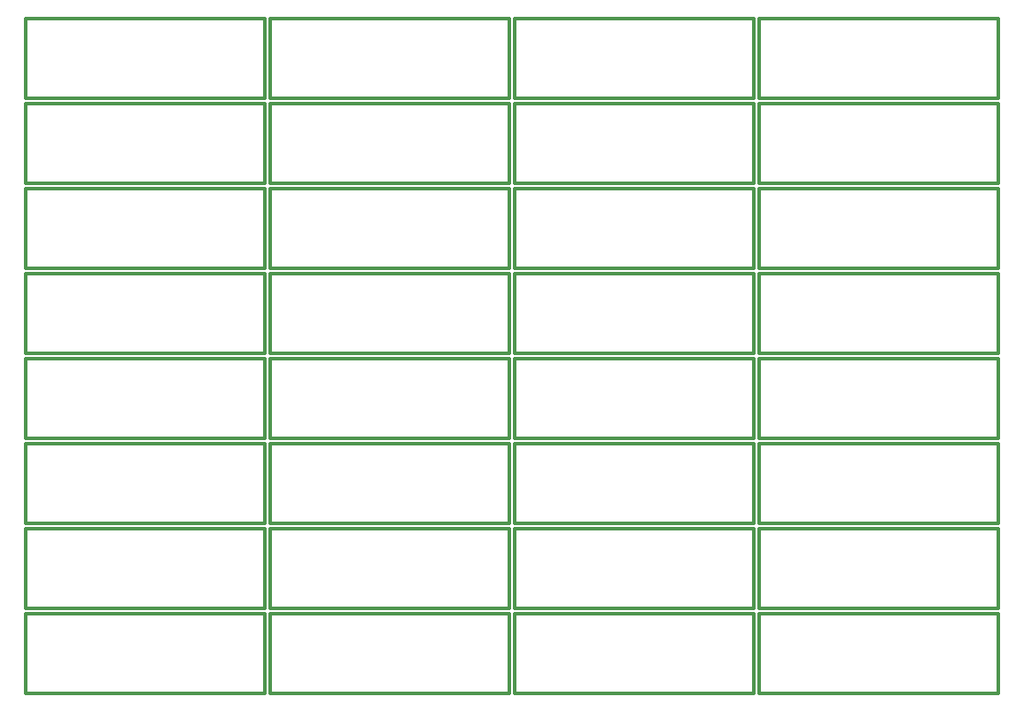
<source format=gko>
G75*
%MOIN*%
%OFA0B0*%
%FSLAX25Y25*%
%IPPOS*%
%LPD*%
%AMOC8*
5,1,8,0,0,1.08239X$1,22.5*
%
%ADD10C,0.01200*%
D10*
X0049500Y0078333D02*
X0139500Y0078333D01*
X0139500Y0108333D01*
X0049500Y0108333D01*
X0049500Y0078333D01*
X0049500Y0110333D02*
X0139500Y0110333D01*
X0139500Y0140333D01*
X0049500Y0140333D01*
X0049500Y0110333D01*
X0049500Y0142333D02*
X0139500Y0142333D01*
X0139500Y0172333D01*
X0049500Y0172333D01*
X0049500Y0142333D01*
X0049500Y0174333D02*
X0139500Y0174333D01*
X0139500Y0204333D01*
X0049500Y0204333D01*
X0049500Y0174333D01*
X0049500Y0206333D02*
X0139500Y0206333D01*
X0139500Y0236333D01*
X0049500Y0236333D01*
X0049500Y0206333D01*
X0049500Y0238333D02*
X0139500Y0238333D01*
X0139500Y0268333D01*
X0049500Y0268333D01*
X0049500Y0238333D01*
X0049500Y0270333D02*
X0139500Y0270333D01*
X0139500Y0300333D01*
X0049500Y0300333D01*
X0049500Y0270333D01*
X0049500Y0302333D02*
X0139500Y0302333D01*
X0139500Y0332333D01*
X0049500Y0332333D01*
X0049500Y0302333D01*
X0141500Y0302333D02*
X0231500Y0302333D01*
X0231500Y0332333D01*
X0141500Y0332333D01*
X0141500Y0302333D01*
X0141500Y0300333D02*
X0231500Y0300333D01*
X0231500Y0270333D01*
X0141500Y0270333D01*
X0141500Y0300333D01*
X0141500Y0268333D02*
X0231500Y0268333D01*
X0231500Y0238333D01*
X0141500Y0238333D01*
X0141500Y0268333D01*
X0141500Y0236333D02*
X0231500Y0236333D01*
X0231500Y0206333D01*
X0141500Y0206333D01*
X0141500Y0236333D01*
X0141500Y0204333D02*
X0231500Y0204333D01*
X0231500Y0174333D01*
X0141500Y0174333D01*
X0141500Y0204333D01*
X0141500Y0172333D02*
X0231500Y0172333D01*
X0231500Y0142333D01*
X0141500Y0142333D01*
X0141500Y0172333D01*
X0141500Y0140333D02*
X0231500Y0140333D01*
X0231500Y0110333D01*
X0141500Y0110333D01*
X0141500Y0140333D01*
X0141500Y0108333D02*
X0231500Y0108333D01*
X0231500Y0078333D01*
X0141500Y0078333D01*
X0141500Y0108333D01*
X0233500Y0108333D02*
X0233500Y0078333D01*
X0323500Y0078333D01*
X0323500Y0108333D01*
X0233500Y0108333D01*
X0233500Y0110333D02*
X0323500Y0110333D01*
X0323500Y0140333D01*
X0233500Y0140333D01*
X0233500Y0110333D01*
X0233500Y0142333D02*
X0323500Y0142333D01*
X0323500Y0172333D01*
X0233500Y0172333D01*
X0233500Y0142333D01*
X0233500Y0174333D02*
X0323500Y0174333D01*
X0323500Y0204333D01*
X0233500Y0204333D01*
X0233500Y0174333D01*
X0233500Y0206333D02*
X0323500Y0206333D01*
X0323500Y0236333D01*
X0233500Y0236333D01*
X0233500Y0206333D01*
X0233500Y0238333D02*
X0323500Y0238333D01*
X0323500Y0268333D01*
X0233500Y0268333D01*
X0233500Y0238333D01*
X0233500Y0270333D02*
X0323500Y0270333D01*
X0323500Y0300333D01*
X0233500Y0300333D01*
X0233500Y0270333D01*
X0233500Y0302333D02*
X0323500Y0302333D01*
X0323500Y0332333D01*
X0233500Y0332333D01*
X0233500Y0302333D01*
X0325500Y0302333D02*
X0415500Y0302333D01*
X0415500Y0332333D01*
X0325500Y0332333D01*
X0325500Y0302333D01*
X0325500Y0300333D02*
X0415500Y0300333D01*
X0415500Y0270333D01*
X0325500Y0270333D01*
X0325500Y0300333D01*
X0325500Y0268333D02*
X0415500Y0268333D01*
X0415500Y0238333D01*
X0325500Y0238333D01*
X0325500Y0268333D01*
X0325500Y0236333D02*
X0415500Y0236333D01*
X0415500Y0206333D01*
X0325500Y0206333D01*
X0325500Y0236333D01*
X0325500Y0204333D02*
X0415500Y0204333D01*
X0415500Y0174333D01*
X0325500Y0174333D01*
X0325500Y0204333D01*
X0325500Y0172333D02*
X0415500Y0172333D01*
X0415500Y0142333D01*
X0325500Y0142333D01*
X0325500Y0172333D01*
X0325500Y0140333D02*
X0415500Y0140333D01*
X0415500Y0110333D01*
X0325500Y0110333D01*
X0325500Y0140333D01*
X0325500Y0108333D02*
X0415500Y0108333D01*
X0415500Y0078333D01*
X0325500Y0078333D01*
X0325500Y0108333D01*
M02*

</source>
